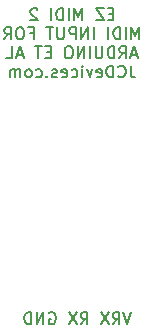
<source format=gbr>
%TF.GenerationSoftware,KiCad,Pcbnew,8.0.4*%
%TF.CreationDate,2024-08-02T21:44:17-04:00*%
%TF.ProjectId,MIDI-compatible,4d494449-2d63-46f6-9d70-617469626c65,rev?*%
%TF.SameCoordinates,Original*%
%TF.FileFunction,Legend,Bot*%
%TF.FilePolarity,Positive*%
%FSLAX46Y46*%
G04 Gerber Fmt 4.6, Leading zero omitted, Abs format (unit mm)*
G04 Created by KiCad (PCBNEW 8.0.4) date 2024-08-02 21:44:17*
%MOMM*%
%LPD*%
G01*
G04 APERTURE LIST*
%ADD10C,0.150000*%
G04 APERTURE END LIST*
D10*
X174606077Y-109069819D02*
X174272744Y-110069819D01*
X174272744Y-110069819D02*
X173939411Y-109069819D01*
X173034649Y-110069819D02*
X173367982Y-109593628D01*
X173606077Y-110069819D02*
X173606077Y-109069819D01*
X173606077Y-109069819D02*
X173225125Y-109069819D01*
X173225125Y-109069819D02*
X173129887Y-109117438D01*
X173129887Y-109117438D02*
X173082268Y-109165057D01*
X173082268Y-109165057D02*
X173034649Y-109260295D01*
X173034649Y-109260295D02*
X173034649Y-109403152D01*
X173034649Y-109403152D02*
X173082268Y-109498390D01*
X173082268Y-109498390D02*
X173129887Y-109546009D01*
X173129887Y-109546009D02*
X173225125Y-109593628D01*
X173225125Y-109593628D02*
X173606077Y-109593628D01*
X172701315Y-109069819D02*
X172034649Y-110069819D01*
X172034649Y-109069819D02*
X172701315Y-110069819D01*
X170320363Y-110069819D02*
X170653696Y-109593628D01*
X170891791Y-110069819D02*
X170891791Y-109069819D01*
X170891791Y-109069819D02*
X170510839Y-109069819D01*
X170510839Y-109069819D02*
X170415601Y-109117438D01*
X170415601Y-109117438D02*
X170367982Y-109165057D01*
X170367982Y-109165057D02*
X170320363Y-109260295D01*
X170320363Y-109260295D02*
X170320363Y-109403152D01*
X170320363Y-109403152D02*
X170367982Y-109498390D01*
X170367982Y-109498390D02*
X170415601Y-109546009D01*
X170415601Y-109546009D02*
X170510839Y-109593628D01*
X170510839Y-109593628D02*
X170891791Y-109593628D01*
X169987029Y-109069819D02*
X169320363Y-110069819D01*
X169320363Y-109069819D02*
X169987029Y-110069819D01*
X167653696Y-109117438D02*
X167748934Y-109069819D01*
X167748934Y-109069819D02*
X167891791Y-109069819D01*
X167891791Y-109069819D02*
X168034648Y-109117438D01*
X168034648Y-109117438D02*
X168129886Y-109212676D01*
X168129886Y-109212676D02*
X168177505Y-109307914D01*
X168177505Y-109307914D02*
X168225124Y-109498390D01*
X168225124Y-109498390D02*
X168225124Y-109641247D01*
X168225124Y-109641247D02*
X168177505Y-109831723D01*
X168177505Y-109831723D02*
X168129886Y-109926961D01*
X168129886Y-109926961D02*
X168034648Y-110022200D01*
X168034648Y-110022200D02*
X167891791Y-110069819D01*
X167891791Y-110069819D02*
X167796553Y-110069819D01*
X167796553Y-110069819D02*
X167653696Y-110022200D01*
X167653696Y-110022200D02*
X167606077Y-109974580D01*
X167606077Y-109974580D02*
X167606077Y-109641247D01*
X167606077Y-109641247D02*
X167796553Y-109641247D01*
X167177505Y-110069819D02*
X167177505Y-109069819D01*
X167177505Y-109069819D02*
X166606077Y-110069819D01*
X166606077Y-110069819D02*
X166606077Y-109069819D01*
X166129886Y-110069819D02*
X166129886Y-109069819D01*
X166129886Y-109069819D02*
X165891791Y-109069819D01*
X165891791Y-109069819D02*
X165748934Y-109117438D01*
X165748934Y-109117438D02*
X165653696Y-109212676D01*
X165653696Y-109212676D02*
X165606077Y-109307914D01*
X165606077Y-109307914D02*
X165558458Y-109498390D01*
X165558458Y-109498390D02*
X165558458Y-109641247D01*
X165558458Y-109641247D02*
X165606077Y-109831723D01*
X165606077Y-109831723D02*
X165653696Y-109926961D01*
X165653696Y-109926961D02*
X165748934Y-110022200D01*
X165748934Y-110022200D02*
X165891791Y-110069819D01*
X165891791Y-110069819D02*
X166129886Y-110069819D01*
X173076189Y-83816177D02*
X172742856Y-83816177D01*
X172599999Y-84339987D02*
X173076189Y-84339987D01*
X173076189Y-84339987D02*
X173076189Y-83339987D01*
X173076189Y-83339987D02*
X172599999Y-83339987D01*
X172266665Y-83339987D02*
X171599999Y-83339987D01*
X171599999Y-83339987D02*
X172266665Y-84339987D01*
X172266665Y-84339987D02*
X171599999Y-84339987D01*
X170457141Y-84339987D02*
X170457141Y-83339987D01*
X170457141Y-83339987D02*
X170123808Y-84054272D01*
X170123808Y-84054272D02*
X169790475Y-83339987D01*
X169790475Y-83339987D02*
X169790475Y-84339987D01*
X169314284Y-84339987D02*
X169314284Y-83339987D01*
X168838094Y-84339987D02*
X168838094Y-83339987D01*
X168838094Y-83339987D02*
X168599999Y-83339987D01*
X168599999Y-83339987D02*
X168457142Y-83387606D01*
X168457142Y-83387606D02*
X168361904Y-83482844D01*
X168361904Y-83482844D02*
X168314285Y-83578082D01*
X168314285Y-83578082D02*
X168266666Y-83768558D01*
X168266666Y-83768558D02*
X168266666Y-83911415D01*
X168266666Y-83911415D02*
X168314285Y-84101891D01*
X168314285Y-84101891D02*
X168361904Y-84197129D01*
X168361904Y-84197129D02*
X168457142Y-84292368D01*
X168457142Y-84292368D02*
X168599999Y-84339987D01*
X168599999Y-84339987D02*
X168838094Y-84339987D01*
X167838094Y-84339987D02*
X167838094Y-83339987D01*
X166647618Y-83435225D02*
X166599999Y-83387606D01*
X166599999Y-83387606D02*
X166504761Y-83339987D01*
X166504761Y-83339987D02*
X166266666Y-83339987D01*
X166266666Y-83339987D02*
X166171428Y-83387606D01*
X166171428Y-83387606D02*
X166123809Y-83435225D01*
X166123809Y-83435225D02*
X166076190Y-83530463D01*
X166076190Y-83530463D02*
X166076190Y-83625701D01*
X166076190Y-83625701D02*
X166123809Y-83768558D01*
X166123809Y-83768558D02*
X166695237Y-84339987D01*
X166695237Y-84339987D02*
X166076190Y-84339987D01*
X175290475Y-85949931D02*
X175290475Y-84949931D01*
X175290475Y-84949931D02*
X174957142Y-85664216D01*
X174957142Y-85664216D02*
X174623809Y-84949931D01*
X174623809Y-84949931D02*
X174623809Y-85949931D01*
X174147618Y-85949931D02*
X174147618Y-84949931D01*
X173671428Y-85949931D02*
X173671428Y-84949931D01*
X173671428Y-84949931D02*
X173433333Y-84949931D01*
X173433333Y-84949931D02*
X173290476Y-84997550D01*
X173290476Y-84997550D02*
X173195238Y-85092788D01*
X173195238Y-85092788D02*
X173147619Y-85188026D01*
X173147619Y-85188026D02*
X173100000Y-85378502D01*
X173100000Y-85378502D02*
X173100000Y-85521359D01*
X173100000Y-85521359D02*
X173147619Y-85711835D01*
X173147619Y-85711835D02*
X173195238Y-85807073D01*
X173195238Y-85807073D02*
X173290476Y-85902312D01*
X173290476Y-85902312D02*
X173433333Y-85949931D01*
X173433333Y-85949931D02*
X173671428Y-85949931D01*
X172671428Y-85949931D02*
X172671428Y-84949931D01*
X171433333Y-85949931D02*
X171433333Y-84949931D01*
X170957143Y-85949931D02*
X170957143Y-84949931D01*
X170957143Y-84949931D02*
X170385715Y-85949931D01*
X170385715Y-85949931D02*
X170385715Y-84949931D01*
X169909524Y-85949931D02*
X169909524Y-84949931D01*
X169909524Y-84949931D02*
X169528572Y-84949931D01*
X169528572Y-84949931D02*
X169433334Y-84997550D01*
X169433334Y-84997550D02*
X169385715Y-85045169D01*
X169385715Y-85045169D02*
X169338096Y-85140407D01*
X169338096Y-85140407D02*
X169338096Y-85283264D01*
X169338096Y-85283264D02*
X169385715Y-85378502D01*
X169385715Y-85378502D02*
X169433334Y-85426121D01*
X169433334Y-85426121D02*
X169528572Y-85473740D01*
X169528572Y-85473740D02*
X169909524Y-85473740D01*
X168909524Y-84949931D02*
X168909524Y-85759454D01*
X168909524Y-85759454D02*
X168861905Y-85854692D01*
X168861905Y-85854692D02*
X168814286Y-85902312D01*
X168814286Y-85902312D02*
X168719048Y-85949931D01*
X168719048Y-85949931D02*
X168528572Y-85949931D01*
X168528572Y-85949931D02*
X168433334Y-85902312D01*
X168433334Y-85902312D02*
X168385715Y-85854692D01*
X168385715Y-85854692D02*
X168338096Y-85759454D01*
X168338096Y-85759454D02*
X168338096Y-84949931D01*
X168004762Y-84949931D02*
X167433334Y-84949931D01*
X167719048Y-85949931D02*
X167719048Y-84949931D01*
X166004762Y-85426121D02*
X166338095Y-85426121D01*
X166338095Y-85949931D02*
X166338095Y-84949931D01*
X166338095Y-84949931D02*
X165861905Y-84949931D01*
X165290476Y-84949931D02*
X165100000Y-84949931D01*
X165100000Y-84949931D02*
X165004762Y-84997550D01*
X165004762Y-84997550D02*
X164909524Y-85092788D01*
X164909524Y-85092788D02*
X164861905Y-85283264D01*
X164861905Y-85283264D02*
X164861905Y-85616597D01*
X164861905Y-85616597D02*
X164909524Y-85807073D01*
X164909524Y-85807073D02*
X165004762Y-85902312D01*
X165004762Y-85902312D02*
X165100000Y-85949931D01*
X165100000Y-85949931D02*
X165290476Y-85949931D01*
X165290476Y-85949931D02*
X165385714Y-85902312D01*
X165385714Y-85902312D02*
X165480952Y-85807073D01*
X165480952Y-85807073D02*
X165528571Y-85616597D01*
X165528571Y-85616597D02*
X165528571Y-85283264D01*
X165528571Y-85283264D02*
X165480952Y-85092788D01*
X165480952Y-85092788D02*
X165385714Y-84997550D01*
X165385714Y-84997550D02*
X165290476Y-84949931D01*
X163861905Y-85949931D02*
X164195238Y-85473740D01*
X164433333Y-85949931D02*
X164433333Y-84949931D01*
X164433333Y-84949931D02*
X164052381Y-84949931D01*
X164052381Y-84949931D02*
X163957143Y-84997550D01*
X163957143Y-84997550D02*
X163909524Y-85045169D01*
X163909524Y-85045169D02*
X163861905Y-85140407D01*
X163861905Y-85140407D02*
X163861905Y-85283264D01*
X163861905Y-85283264D02*
X163909524Y-85378502D01*
X163909524Y-85378502D02*
X163957143Y-85426121D01*
X163957143Y-85426121D02*
X164052381Y-85473740D01*
X164052381Y-85473740D02*
X164433333Y-85473740D01*
X175076190Y-87274160D02*
X174600000Y-87274160D01*
X175171428Y-87559875D02*
X174838095Y-86559875D01*
X174838095Y-86559875D02*
X174504762Y-87559875D01*
X173600000Y-87559875D02*
X173933333Y-87083684D01*
X174171428Y-87559875D02*
X174171428Y-86559875D01*
X174171428Y-86559875D02*
X173790476Y-86559875D01*
X173790476Y-86559875D02*
X173695238Y-86607494D01*
X173695238Y-86607494D02*
X173647619Y-86655113D01*
X173647619Y-86655113D02*
X173600000Y-86750351D01*
X173600000Y-86750351D02*
X173600000Y-86893208D01*
X173600000Y-86893208D02*
X173647619Y-86988446D01*
X173647619Y-86988446D02*
X173695238Y-87036065D01*
X173695238Y-87036065D02*
X173790476Y-87083684D01*
X173790476Y-87083684D02*
X174171428Y-87083684D01*
X173171428Y-87559875D02*
X173171428Y-86559875D01*
X173171428Y-86559875D02*
X172933333Y-86559875D01*
X172933333Y-86559875D02*
X172790476Y-86607494D01*
X172790476Y-86607494D02*
X172695238Y-86702732D01*
X172695238Y-86702732D02*
X172647619Y-86797970D01*
X172647619Y-86797970D02*
X172600000Y-86988446D01*
X172600000Y-86988446D02*
X172600000Y-87131303D01*
X172600000Y-87131303D02*
X172647619Y-87321779D01*
X172647619Y-87321779D02*
X172695238Y-87417017D01*
X172695238Y-87417017D02*
X172790476Y-87512256D01*
X172790476Y-87512256D02*
X172933333Y-87559875D01*
X172933333Y-87559875D02*
X173171428Y-87559875D01*
X172171428Y-86559875D02*
X172171428Y-87369398D01*
X172171428Y-87369398D02*
X172123809Y-87464636D01*
X172123809Y-87464636D02*
X172076190Y-87512256D01*
X172076190Y-87512256D02*
X171980952Y-87559875D01*
X171980952Y-87559875D02*
X171790476Y-87559875D01*
X171790476Y-87559875D02*
X171695238Y-87512256D01*
X171695238Y-87512256D02*
X171647619Y-87464636D01*
X171647619Y-87464636D02*
X171600000Y-87369398D01*
X171600000Y-87369398D02*
X171600000Y-86559875D01*
X171123809Y-87559875D02*
X171123809Y-86559875D01*
X170647619Y-87559875D02*
X170647619Y-86559875D01*
X170647619Y-86559875D02*
X170076191Y-87559875D01*
X170076191Y-87559875D02*
X170076191Y-86559875D01*
X169409524Y-86559875D02*
X169219048Y-86559875D01*
X169219048Y-86559875D02*
X169123810Y-86607494D01*
X169123810Y-86607494D02*
X169028572Y-86702732D01*
X169028572Y-86702732D02*
X168980953Y-86893208D01*
X168980953Y-86893208D02*
X168980953Y-87226541D01*
X168980953Y-87226541D02*
X169028572Y-87417017D01*
X169028572Y-87417017D02*
X169123810Y-87512256D01*
X169123810Y-87512256D02*
X169219048Y-87559875D01*
X169219048Y-87559875D02*
X169409524Y-87559875D01*
X169409524Y-87559875D02*
X169504762Y-87512256D01*
X169504762Y-87512256D02*
X169600000Y-87417017D01*
X169600000Y-87417017D02*
X169647619Y-87226541D01*
X169647619Y-87226541D02*
X169647619Y-86893208D01*
X169647619Y-86893208D02*
X169600000Y-86702732D01*
X169600000Y-86702732D02*
X169504762Y-86607494D01*
X169504762Y-86607494D02*
X169409524Y-86559875D01*
X167790476Y-87036065D02*
X167457143Y-87036065D01*
X167314286Y-87559875D02*
X167790476Y-87559875D01*
X167790476Y-87559875D02*
X167790476Y-86559875D01*
X167790476Y-86559875D02*
X167314286Y-86559875D01*
X167028571Y-86559875D02*
X166457143Y-86559875D01*
X166742857Y-87559875D02*
X166742857Y-86559875D01*
X165409523Y-87274160D02*
X164933333Y-87274160D01*
X165504761Y-87559875D02*
X165171428Y-86559875D01*
X165171428Y-86559875D02*
X164838095Y-87559875D01*
X164028571Y-87559875D02*
X164504761Y-87559875D01*
X164504761Y-87559875D02*
X164504761Y-86559875D01*
X174552380Y-88169819D02*
X174552380Y-88884104D01*
X174552380Y-88884104D02*
X174599999Y-89026961D01*
X174599999Y-89026961D02*
X174695237Y-89122200D01*
X174695237Y-89122200D02*
X174838094Y-89169819D01*
X174838094Y-89169819D02*
X174933332Y-89169819D01*
X173504761Y-89074580D02*
X173552380Y-89122200D01*
X173552380Y-89122200D02*
X173695237Y-89169819D01*
X173695237Y-89169819D02*
X173790475Y-89169819D01*
X173790475Y-89169819D02*
X173933332Y-89122200D01*
X173933332Y-89122200D02*
X174028570Y-89026961D01*
X174028570Y-89026961D02*
X174076189Y-88931723D01*
X174076189Y-88931723D02*
X174123808Y-88741247D01*
X174123808Y-88741247D02*
X174123808Y-88598390D01*
X174123808Y-88598390D02*
X174076189Y-88407914D01*
X174076189Y-88407914D02*
X174028570Y-88312676D01*
X174028570Y-88312676D02*
X173933332Y-88217438D01*
X173933332Y-88217438D02*
X173790475Y-88169819D01*
X173790475Y-88169819D02*
X173695237Y-88169819D01*
X173695237Y-88169819D02*
X173552380Y-88217438D01*
X173552380Y-88217438D02*
X173504761Y-88265057D01*
X173076189Y-89169819D02*
X173076189Y-88169819D01*
X173076189Y-88169819D02*
X172838094Y-88169819D01*
X172838094Y-88169819D02*
X172695237Y-88217438D01*
X172695237Y-88217438D02*
X172599999Y-88312676D01*
X172599999Y-88312676D02*
X172552380Y-88407914D01*
X172552380Y-88407914D02*
X172504761Y-88598390D01*
X172504761Y-88598390D02*
X172504761Y-88741247D01*
X172504761Y-88741247D02*
X172552380Y-88931723D01*
X172552380Y-88931723D02*
X172599999Y-89026961D01*
X172599999Y-89026961D02*
X172695237Y-89122200D01*
X172695237Y-89122200D02*
X172838094Y-89169819D01*
X172838094Y-89169819D02*
X173076189Y-89169819D01*
X171695237Y-89122200D02*
X171790475Y-89169819D01*
X171790475Y-89169819D02*
X171980951Y-89169819D01*
X171980951Y-89169819D02*
X172076189Y-89122200D01*
X172076189Y-89122200D02*
X172123808Y-89026961D01*
X172123808Y-89026961D02*
X172123808Y-88646009D01*
X172123808Y-88646009D02*
X172076189Y-88550771D01*
X172076189Y-88550771D02*
X171980951Y-88503152D01*
X171980951Y-88503152D02*
X171790475Y-88503152D01*
X171790475Y-88503152D02*
X171695237Y-88550771D01*
X171695237Y-88550771D02*
X171647618Y-88646009D01*
X171647618Y-88646009D02*
X171647618Y-88741247D01*
X171647618Y-88741247D02*
X172123808Y-88836485D01*
X171314284Y-88503152D02*
X171076189Y-89169819D01*
X171076189Y-89169819D02*
X170838094Y-88503152D01*
X170457141Y-89169819D02*
X170457141Y-88503152D01*
X170457141Y-88169819D02*
X170504760Y-88217438D01*
X170504760Y-88217438D02*
X170457141Y-88265057D01*
X170457141Y-88265057D02*
X170409522Y-88217438D01*
X170409522Y-88217438D02*
X170457141Y-88169819D01*
X170457141Y-88169819D02*
X170457141Y-88265057D01*
X169552380Y-89122200D02*
X169647618Y-89169819D01*
X169647618Y-89169819D02*
X169838094Y-89169819D01*
X169838094Y-89169819D02*
X169933332Y-89122200D01*
X169933332Y-89122200D02*
X169980951Y-89074580D01*
X169980951Y-89074580D02*
X170028570Y-88979342D01*
X170028570Y-88979342D02*
X170028570Y-88693628D01*
X170028570Y-88693628D02*
X169980951Y-88598390D01*
X169980951Y-88598390D02*
X169933332Y-88550771D01*
X169933332Y-88550771D02*
X169838094Y-88503152D01*
X169838094Y-88503152D02*
X169647618Y-88503152D01*
X169647618Y-88503152D02*
X169552380Y-88550771D01*
X168742856Y-89122200D02*
X168838094Y-89169819D01*
X168838094Y-89169819D02*
X169028570Y-89169819D01*
X169028570Y-89169819D02*
X169123808Y-89122200D01*
X169123808Y-89122200D02*
X169171427Y-89026961D01*
X169171427Y-89026961D02*
X169171427Y-88646009D01*
X169171427Y-88646009D02*
X169123808Y-88550771D01*
X169123808Y-88550771D02*
X169028570Y-88503152D01*
X169028570Y-88503152D02*
X168838094Y-88503152D01*
X168838094Y-88503152D02*
X168742856Y-88550771D01*
X168742856Y-88550771D02*
X168695237Y-88646009D01*
X168695237Y-88646009D02*
X168695237Y-88741247D01*
X168695237Y-88741247D02*
X169171427Y-88836485D01*
X168314284Y-89122200D02*
X168219046Y-89169819D01*
X168219046Y-89169819D02*
X168028570Y-89169819D01*
X168028570Y-89169819D02*
X167933332Y-89122200D01*
X167933332Y-89122200D02*
X167885713Y-89026961D01*
X167885713Y-89026961D02*
X167885713Y-88979342D01*
X167885713Y-88979342D02*
X167933332Y-88884104D01*
X167933332Y-88884104D02*
X168028570Y-88836485D01*
X168028570Y-88836485D02*
X168171427Y-88836485D01*
X168171427Y-88836485D02*
X168266665Y-88788866D01*
X168266665Y-88788866D02*
X168314284Y-88693628D01*
X168314284Y-88693628D02*
X168314284Y-88646009D01*
X168314284Y-88646009D02*
X168266665Y-88550771D01*
X168266665Y-88550771D02*
X168171427Y-88503152D01*
X168171427Y-88503152D02*
X168028570Y-88503152D01*
X168028570Y-88503152D02*
X167933332Y-88550771D01*
X167457141Y-89074580D02*
X167409522Y-89122200D01*
X167409522Y-89122200D02*
X167457141Y-89169819D01*
X167457141Y-89169819D02*
X167504760Y-89122200D01*
X167504760Y-89122200D02*
X167457141Y-89074580D01*
X167457141Y-89074580D02*
X167457141Y-89169819D01*
X166552380Y-89122200D02*
X166647618Y-89169819D01*
X166647618Y-89169819D02*
X166838094Y-89169819D01*
X166838094Y-89169819D02*
X166933332Y-89122200D01*
X166933332Y-89122200D02*
X166980951Y-89074580D01*
X166980951Y-89074580D02*
X167028570Y-88979342D01*
X167028570Y-88979342D02*
X167028570Y-88693628D01*
X167028570Y-88693628D02*
X166980951Y-88598390D01*
X166980951Y-88598390D02*
X166933332Y-88550771D01*
X166933332Y-88550771D02*
X166838094Y-88503152D01*
X166838094Y-88503152D02*
X166647618Y-88503152D01*
X166647618Y-88503152D02*
X166552380Y-88550771D01*
X165980951Y-89169819D02*
X166076189Y-89122200D01*
X166076189Y-89122200D02*
X166123808Y-89074580D01*
X166123808Y-89074580D02*
X166171427Y-88979342D01*
X166171427Y-88979342D02*
X166171427Y-88693628D01*
X166171427Y-88693628D02*
X166123808Y-88598390D01*
X166123808Y-88598390D02*
X166076189Y-88550771D01*
X166076189Y-88550771D02*
X165980951Y-88503152D01*
X165980951Y-88503152D02*
X165838094Y-88503152D01*
X165838094Y-88503152D02*
X165742856Y-88550771D01*
X165742856Y-88550771D02*
X165695237Y-88598390D01*
X165695237Y-88598390D02*
X165647618Y-88693628D01*
X165647618Y-88693628D02*
X165647618Y-88979342D01*
X165647618Y-88979342D02*
X165695237Y-89074580D01*
X165695237Y-89074580D02*
X165742856Y-89122200D01*
X165742856Y-89122200D02*
X165838094Y-89169819D01*
X165838094Y-89169819D02*
X165980951Y-89169819D01*
X165219046Y-89169819D02*
X165219046Y-88503152D01*
X165219046Y-88598390D02*
X165171427Y-88550771D01*
X165171427Y-88550771D02*
X165076189Y-88503152D01*
X165076189Y-88503152D02*
X164933332Y-88503152D01*
X164933332Y-88503152D02*
X164838094Y-88550771D01*
X164838094Y-88550771D02*
X164790475Y-88646009D01*
X164790475Y-88646009D02*
X164790475Y-89169819D01*
X164790475Y-88646009D02*
X164742856Y-88550771D01*
X164742856Y-88550771D02*
X164647618Y-88503152D01*
X164647618Y-88503152D02*
X164504761Y-88503152D01*
X164504761Y-88503152D02*
X164409522Y-88550771D01*
X164409522Y-88550771D02*
X164361903Y-88646009D01*
X164361903Y-88646009D02*
X164361903Y-89169819D01*
M02*

</source>
